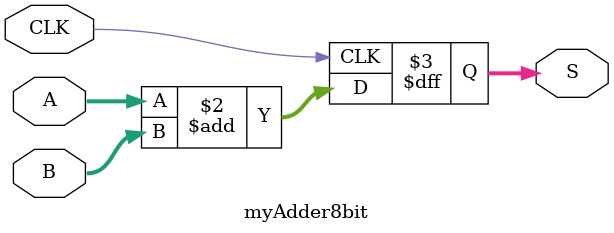
<source format=v>
`timescale 1ns / 1ps

module myAdder8bit(
    input CLK,
    input [7:0] A,
    input [7:0] B,
    output reg [8:0] S
    );

always @ (posedge CLK) begin
S=A+B;

end


endmodule

</source>
